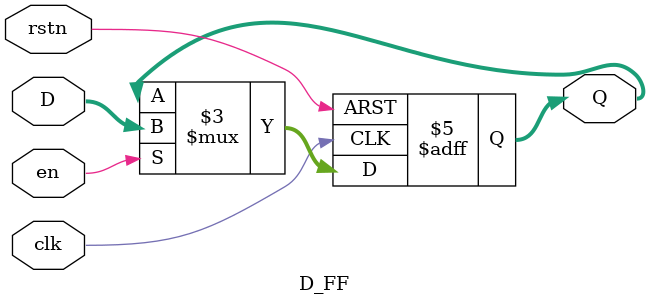
<source format=v>
module D_FF #(parameter SIZE = 32) (
    input clk, rstn, en,
    input [SIZE-1:0] D,
    output reg [SIZE-1:0] Q
);
    always @(posedge clk, negedge rstn) begin
        if (!rstn)
            Q <= 0;
        else if (en)
            Q <= D;
    end
endmodule
</source>
